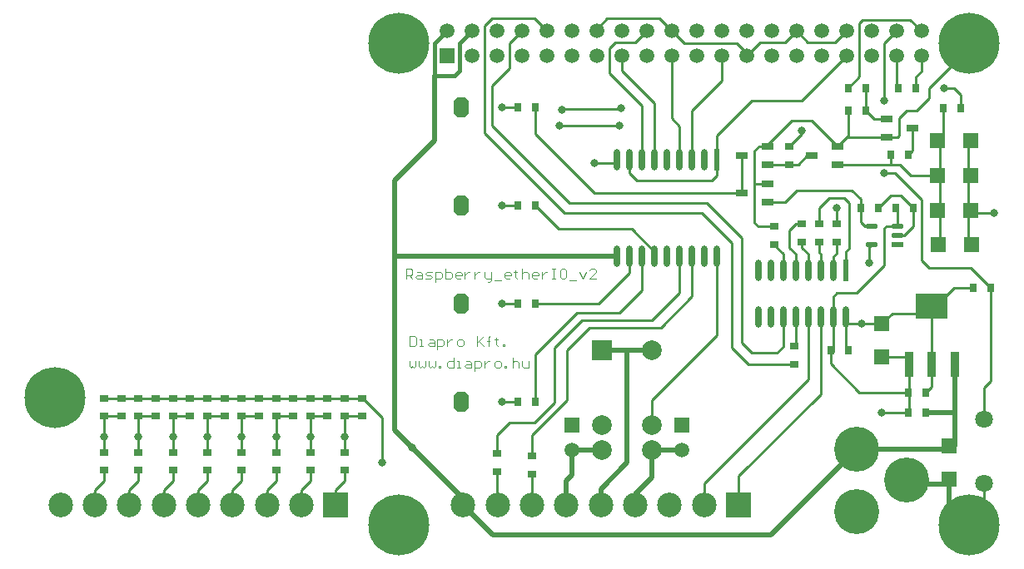
<source format=gtl>
%FSTAX24Y24*%
%MOIN*%
G70*
G01*
G75*
G04 Layer_Physical_Order=1*
G04 Layer_Color=255*
%ADD10R,0.0315X0.0374*%
%ADD11R,0.0374X0.0315*%
%ADD12R,0.0472X0.0256*%
G04:AMPARAMS|DCode=13|XSize=21.7mil|YSize=47.2mil|CornerRadius=0mil|HoleSize=0mil|Usage=FLASHONLY|Rotation=270.000|XOffset=0mil|YOffset=0mil|HoleType=Round|Shape=Octagon|*
%AMOCTAGOND13*
4,1,8,0.0236,0.0054,0.0236,-0.0054,0.0182,-0.0108,-0.0182,-0.0108,-0.0236,-0.0054,-0.0236,0.0054,-0.0182,0.0108,0.0182,0.0108,0.0236,0.0054,0.0*
%
%ADD13OCTAGOND13*%

%ADD14R,0.0472X0.0217*%
%ADD15O,0.0236X0.0866*%
%ADD16R,0.0236X0.0866*%
%ADD17R,0.0630X0.0630*%
%ADD18R,0.1299X0.1004*%
%ADD19R,0.0374X0.1004*%
%ADD20R,0.0630X0.0630*%
%ADD21C,0.0100*%
%ADD22C,0.0200*%
%ADD23C,0.0150*%
%ADD24C,0.0039*%
%ADD25R,0.0787X0.0787*%
%ADD26C,0.0787*%
%ADD27C,0.0591*%
%ADD28R,0.0591X0.0591*%
%ADD29C,0.0709*%
%ADD30R,0.0591X0.0591*%
%ADD31C,0.1800*%
%ADD32C,0.0984*%
%ADD33R,0.0984X0.0984*%
G04:AMPARAMS|DCode=34|XSize=78.7mil|YSize=60mil|CornerRadius=0mil|HoleSize=0mil|Usage=FLASHONLY|Rotation=270.000|XOffset=0mil|YOffset=0mil|HoleType=Round|Shape=Octagon|*
%AMOCTAGOND34*
4,1,8,-0.0150,-0.0394,0.0150,-0.0394,0.0300,-0.0244,0.0300,0.0244,0.0150,0.0394,-0.0150,0.0394,-0.0300,0.0244,-0.0300,-0.0244,-0.0150,-0.0394,0.0*
%
%ADD34OCTAGOND34*%

%ADD35C,0.2441*%
%ADD36C,0.0320*%
D10*
X094567Y085278D02*
D03*
X093858D02*
D03*
X098367Y084478D02*
D03*
X097658D02*
D03*
X094567Y084378D02*
D03*
X093858D02*
D03*
X096467Y080478D02*
D03*
X095758D02*
D03*
X095067D02*
D03*
X094358D02*
D03*
X099567Y077278D02*
D03*
X098858D02*
D03*
X096967Y072278D02*
D03*
X096258D02*
D03*
X080642Y08451D02*
D03*
X08135D02*
D03*
X096258Y073078D02*
D03*
X096967D02*
D03*
X080642Y080573D02*
D03*
X08135D02*
D03*
X080642Y076636D02*
D03*
X08135D02*
D03*
X080642Y072699D02*
D03*
X08135D02*
D03*
X093158Y074778D02*
D03*
X093867D02*
D03*
X095858Y085278D02*
D03*
X096567D02*
D03*
X096277Y08261D02*
D03*
X095568D02*
D03*
D11*
X092713Y079832D02*
D03*
Y079124D02*
D03*
X091513Y082932D02*
D03*
Y082224D02*
D03*
X090913Y079732D02*
D03*
Y079024D02*
D03*
X081213Y069824D02*
D03*
Y070532D02*
D03*
X079813Y069924D02*
D03*
Y070632D02*
D03*
X093413Y079832D02*
D03*
Y079124D02*
D03*
X073713Y072857D02*
D03*
Y072148D02*
D03*
X072335Y072857D02*
D03*
Y072148D02*
D03*
X070957Y072857D02*
D03*
Y072148D02*
D03*
X069579Y072857D02*
D03*
Y072148D02*
D03*
X068201Y072857D02*
D03*
Y072148D02*
D03*
X066823Y072857D02*
D03*
Y072148D02*
D03*
X065445Y072857D02*
D03*
Y072148D02*
D03*
X064067Y072857D02*
D03*
Y072148D02*
D03*
X092013Y079832D02*
D03*
Y079124D02*
D03*
X091713Y074224D02*
D03*
Y074932D02*
D03*
X073713Y070691D02*
D03*
Y069983D02*
D03*
X072335Y070691D02*
D03*
Y069983D02*
D03*
X070957Y070691D02*
D03*
Y069983D02*
D03*
X069579Y070691D02*
D03*
Y069983D02*
D03*
X068201Y070691D02*
D03*
Y069983D02*
D03*
X066823Y070691D02*
D03*
Y069983D02*
D03*
X065445Y070691D02*
D03*
Y069983D02*
D03*
X064067Y070691D02*
D03*
Y069983D02*
D03*
X074413Y072854D02*
D03*
Y072146D02*
D03*
X073013Y072854D02*
D03*
Y072146D02*
D03*
X071643Y072854D02*
D03*
Y072146D02*
D03*
X070263Y072854D02*
D03*
Y072146D02*
D03*
X068893Y072854D02*
D03*
Y072146D02*
D03*
X067513Y072854D02*
D03*
Y072146D02*
D03*
X066133Y072854D02*
D03*
Y072146D02*
D03*
X064753Y072854D02*
D03*
Y072146D02*
D03*
D12*
X090635Y082952D02*
D03*
Y082204D02*
D03*
X08959Y082578D02*
D03*
X09539Y083304D02*
D03*
Y084052D02*
D03*
X096435Y083678D02*
D03*
X093435Y082952D02*
D03*
Y082204D02*
D03*
X09239Y082578D02*
D03*
X090635Y081452D02*
D03*
Y080704D02*
D03*
X08959Y081078D02*
D03*
D13*
X095835Y079752D02*
D03*
Y079378D02*
D03*
X094801Y079752D02*
D03*
Y079004D02*
D03*
D14*
X095835Y079004D02*
D03*
D15*
X085113Y082423D02*
D03*
X088613Y078533D02*
D03*
X085113D02*
D03*
X085613D02*
D03*
X086113D02*
D03*
X086613D02*
D03*
X087113D02*
D03*
X087613D02*
D03*
X088113D02*
D03*
X085613Y082423D02*
D03*
X086113D02*
D03*
X086613D02*
D03*
X087113D02*
D03*
X087613D02*
D03*
X088113D02*
D03*
X084613D02*
D03*
Y078533D02*
D03*
X090257Y077996D02*
D03*
X093757Y076106D02*
D03*
X090257D02*
D03*
X090757D02*
D03*
X091257D02*
D03*
X091757D02*
D03*
X092257D02*
D03*
X092757D02*
D03*
X093257D02*
D03*
X090757Y077996D02*
D03*
X091257D02*
D03*
X091757D02*
D03*
X092257D02*
D03*
X092757D02*
D03*
X093257D02*
D03*
D16*
X088613Y082423D02*
D03*
X093757Y077996D02*
D03*
D17*
X097913Y070947D02*
D03*
Y069609D02*
D03*
X095213Y074509D02*
D03*
Y075847D02*
D03*
D18*
X097213Y076549D02*
D03*
D19*
X098118Y074207D02*
D03*
X097213D02*
D03*
X096307D02*
D03*
D20*
X098782Y080378D02*
D03*
X097443D02*
D03*
X098782Y081778D02*
D03*
X097443D02*
D03*
X098782Y083178D02*
D03*
X097443D02*
D03*
X098802Y07903D02*
D03*
X097463D02*
D03*
D21*
X064067Y072857D02*
X065445D01*
X066823D01*
X068201D01*
X069579D01*
X070957D01*
X072335D01*
X073713D01*
X073348Y068565D02*
Y069185D01*
X073516Y069353D01*
Y069353D01*
X073713Y06955D01*
Y069983D01*
X073713Y069983D02*
X073713Y069983D01*
X07197Y068565D02*
Y069185D01*
X072335Y06955D01*
Y069983D01*
X072335Y069983D02*
X072335Y069983D01*
X070593Y068565D02*
Y069185D01*
X070957Y06955D01*
Y069983D01*
X069215Y068565D02*
Y069185D01*
X069579Y06955D01*
Y069983D01*
X069579Y069983D02*
X069579Y069983D01*
X067837Y068565D02*
Y069185D01*
X068201Y06955D01*
Y069675D01*
X068201Y069675D02*
X068201Y069675D01*
X068201Y069675D02*
Y069983D01*
X066459Y068565D02*
Y069185D01*
X066823Y06955D01*
Y069983D01*
X066823Y069983D02*
X066823Y069983D01*
X065081Y068565D02*
Y069185D01*
X065445Y06955D01*
Y069983D01*
X064067D02*
X064067Y069983D01*
X063703Y068565D02*
Y069185D01*
X064067Y06955D01*
Y069983D01*
X070957Y071321D02*
Y072148D01*
Y070691D02*
Y071321D01*
X072335Y070691D02*
Y071321D01*
X073713D02*
Y072148D01*
Y070691D02*
Y071321D01*
X080012Y072699D02*
X080642D01*
X080012Y076636D02*
X080642D01*
X080012Y080573D02*
X080642D01*
X080012Y08451D02*
X080642D01*
X065445Y070691D02*
Y071321D01*
Y072148D01*
X064067Y070691D02*
Y071321D01*
Y072148D01*
X092257Y073623D02*
Y076106D01*
X088093Y069458D02*
X092257Y073623D01*
X088093Y068565D02*
Y069458D01*
X092757Y073023D02*
Y076106D01*
X08947Y068565D02*
Y069736D01*
X091757Y074932D02*
Y076106D01*
X091513Y079578D02*
X091767Y079832D01*
X092013D01*
X091257Y077996D02*
Y078633D01*
X090913Y078978D02*
X091257Y078633D01*
X090913Y078978D02*
Y079024D01*
X091513Y078878D02*
Y079578D01*
Y078878D02*
X091757Y078633D01*
Y077996D02*
Y078633D01*
X092257Y077996D02*
Y078633D01*
X092013Y078878D02*
X092257Y078633D01*
X092013Y078878D02*
Y079124D01*
X093413Y079832D02*
Y080478D01*
X093257Y077996D02*
Y078523D01*
X093413Y078678D01*
Y079124D01*
X088613Y082423D02*
Y083378D01*
X087613Y082423D02*
Y084378D01*
X088813Y085578D01*
Y086552D01*
X088795Y086569D02*
X088813Y086552D01*
X08947Y069736D02*
X092757Y073023D01*
X087613Y076932D02*
Y078533D01*
X087113Y077078D02*
Y078533D01*
X086113D02*
Y078727D01*
X08135Y072699D02*
Y074616D01*
X081213Y070532D02*
Y071378D01*
X086013Y071778D02*
Y072778D01*
X088613Y075378D01*
Y078533D01*
X085613Y082423D02*
Y083478D01*
X084313Y085878D02*
Y086878D01*
X084535Y0871D01*
X085326D01*
X085795Y087569D01*
X086113Y082423D02*
Y084678D01*
X097841Y070819D02*
X097913Y070747D01*
X098118Y070953D01*
X097213Y074207D02*
Y076549D01*
Y073324D02*
Y074207D01*
X096967Y073078D02*
X097213Y073324D01*
X096258Y072278D02*
X096307Y072327D01*
X096195Y069569D02*
X096356Y069409D01*
X099303Y068369D02*
Y069451D01*
X098713Y067778D02*
X099303Y068369D01*
X097913Y068578D02*
X098713Y067778D01*
X099567Y073532D02*
Y077278D01*
X099303Y073268D02*
X099567Y073532D01*
X099303Y07201D02*
Y073268D01*
X095313Y087087D02*
X095795Y087569D01*
X095313Y084778D02*
Y087087D01*
X095795Y085341D02*
Y086569D01*
Y085341D02*
X095858Y085278D01*
X096795Y085961D02*
Y086569D01*
X096567Y085732D02*
X096795Y085961D01*
X096567Y085278D02*
Y085732D01*
X09635Y088015D02*
X096795Y087569D01*
X094449Y088015D02*
X09635D01*
X094313Y087878D02*
X094449Y088015D01*
X094313Y085732D02*
Y087878D01*
X093858Y085278D02*
X094313Y085732D01*
X092757Y077996D02*
Y078633D01*
X092713Y078678D02*
X092757Y078633D01*
X092713Y078678D02*
Y079124D01*
X093757Y077996D02*
Y078723D01*
X093913Y078878D01*
Y080678D01*
X093713Y080878D02*
X093913Y080678D01*
X093113Y080878D02*
X093713D01*
X092713Y080478D02*
X093113Y080878D01*
X092713Y079832D02*
Y080478D01*
X094358D02*
Y080832D01*
X094013Y081178D02*
X094358Y080832D01*
X091813Y081178D02*
X094013D01*
X091339Y080704D02*
X091813Y081178D01*
X090635Y080704D02*
X091339D01*
X08959Y081078D02*
Y082578D01*
X083713Y081078D02*
X08959D01*
X08135Y08344D02*
X083713Y081078D01*
X08135Y08344D02*
Y08451D01*
X090113Y082778D02*
X090287Y082952D01*
X090635D01*
X090655Y082224D02*
X091513D01*
X090635Y082204D02*
X090655Y082224D01*
X090113Y079878D02*
X090258Y079732D01*
X090913D01*
X094567Y084378D02*
Y085278D01*
Y084378D02*
X094567Y084378D01*
X094893Y084052D01*
X09539D01*
X097658Y083294D02*
Y084478D01*
X097542Y083178D02*
X097658Y083294D01*
X098367Y084478D02*
Y085024D01*
X098113Y085278D02*
X098367Y085024D01*
X097713Y085278D02*
X098113D01*
X09539Y083304D02*
X095839D01*
X095913Y083378D01*
Y084078D01*
X097113Y085278D02*
X098713Y086878D01*
Y087069D01*
X098683Y080378D02*
Y081778D01*
Y083178D01*
X097542Y078978D02*
Y081778D01*
X094358Y079924D02*
Y080478D01*
X095835Y079378D02*
X096113D01*
X096467Y079732D01*
Y080478D01*
X095835Y079752D02*
Y080401D01*
X095758Y080478D02*
X095835Y080401D01*
X095213Y074509D02*
X096213D01*
X093158Y074778D02*
Y074824D01*
X093757Y074888D02*
Y076106D01*
Y074888D02*
X093867Y074778D01*
X097542Y081978D02*
Y083178D01*
X093787Y083304D02*
X09539D01*
X093435Y082952D02*
X093787Y083304D01*
X090635Y082952D02*
Y083D01*
X091513Y082932D02*
X092013Y083432D01*
Y083578D01*
X08135Y080573D02*
X082279Y079644D01*
X085195D01*
X086113Y078727D01*
X080313Y087087D02*
X080795Y087569D01*
X080313Y086078D02*
Y087087D01*
X079613Y083778D02*
Y085378D01*
X080313Y086078D01*
X084313Y085878D02*
X085613Y084578D01*
X085113Y081878D02*
Y082423D01*
Y081878D02*
X085413Y081578D01*
X088413D01*
X088613Y081778D01*
Y082423D01*
X082313Y083778D02*
X084713D01*
X078447Y068565D02*
Y068844D01*
X075713Y078478D02*
X075768Y078533D01*
X079813Y068578D02*
Y069924D01*
Y068578D02*
X079825Y068565D01*
X081213Y068575D02*
Y069824D01*
X081203Y068565D02*
X081213Y068575D01*
X075213Y070278D02*
Y072078D01*
X074434Y072857D02*
X075213Y072078D01*
X073713Y072857D02*
X074434D01*
X086287Y088078D02*
X086795Y087569D01*
X084213Y088078D02*
X086287D01*
X083795Y087661D02*
X084213Y088078D01*
X083795Y087569D02*
Y087661D01*
X086795Y087569D02*
X087287Y087078D01*
X089413D01*
X089795Y086695D01*
Y086569D02*
Y086695D01*
Y086569D02*
X09035Y087124D01*
X09135D02*
X091795Y087569D01*
X09035Y087124D02*
X09135D01*
X091795Y087569D02*
X092241Y087124D01*
X09335D02*
X093795Y087569D01*
X092241Y087124D02*
X09335D01*
X093858Y083375D02*
Y084378D01*
X093787Y083304D02*
X093858Y083375D01*
X095387Y079752D02*
X095835D01*
X095313Y079678D02*
X095387Y079752D01*
X093257Y076923D02*
X093413Y077078D01*
X093257Y076106D02*
Y076923D01*
X098683Y078978D02*
Y080378D01*
X095213Y072278D02*
X096258D01*
X085613Y083378D02*
Y084578D01*
X084795Y085995D02*
Y086569D01*
Y085995D02*
X086113Y084678D01*
X086795Y084078D02*
Y086569D01*
Y084078D02*
X087113Y083761D01*
Y082423D02*
Y083761D01*
X090635Y083D02*
X091613Y083978D01*
X092409D01*
X093435Y082952D01*
X088613Y083378D02*
X090013Y084778D01*
X092004D01*
X093795Y086569D01*
X097542Y083178D02*
Y083449D01*
X091513Y082224D02*
X091858D01*
X092213Y082578D01*
X09239D01*
X095313Y081878D02*
X095739D01*
X096813Y080804D01*
X090139Y081452D02*
X090635D01*
X094358Y079924D02*
X09453Y079752D01*
X094801D01*
X095967Y080978D02*
X096467Y080478D01*
X095067D02*
X095567Y080978D01*
X095967D01*
X098683Y080378D02*
X098783Y080278D01*
X099713D01*
X096813Y078378D02*
Y080804D01*
Y078378D02*
X097113Y078078D01*
X098767D01*
X099567Y077278D01*
X085613Y077178D02*
Y078533D01*
X086013Y075978D02*
X087113Y077078D01*
X086358Y075678D02*
X087613Y076932D01*
X082113Y074878D02*
X083213Y075978D01*
X086013D01*
X083513Y075678D02*
X086358D01*
X081213Y071378D02*
X082613Y072778D01*
Y074778D01*
X083513Y075678D01*
X082113Y072678D02*
Y074878D01*
X081313Y071878D02*
X082113Y072678D01*
X080313Y071878D02*
X081313D01*
X079813Y071378D02*
X080313Y071878D01*
X079813Y070632D02*
Y071378D01*
X08135Y076636D02*
X083871D01*
X085113Y077878D01*
Y078533D01*
X08135Y074616D02*
X083013Y076278D01*
X084713D01*
X085613Y077178D01*
X079613Y083778D02*
X082713Y080678D01*
X088013Y080278D02*
X089213Y079078D01*
X082713Y080678D02*
X088213D01*
X089613Y079278D01*
X079313Y083478D02*
X082513Y080278D01*
X088013D01*
X081287Y088078D02*
X081795Y087569D01*
X079313Y083478D02*
Y087778D01*
X079613Y088078D01*
X081287D01*
X084613Y082278D02*
Y082423D01*
X093757Y075847D02*
X095213D01*
X093158Y074232D02*
Y074778D01*
Y074232D02*
X094313Y073078D01*
X096258D01*
X097113Y084878D02*
Y085278D01*
X095913Y084078D02*
X096213Y084378D01*
X096613D01*
X097113Y084878D01*
X096926Y076263D02*
X097213Y076549D01*
X095628Y076263D02*
X096926D01*
X095213Y075847D02*
X095628Y076263D01*
X097213Y076549D02*
X097384D01*
X098113Y077278D01*
X098858D01*
X093413Y077078D02*
X094213D01*
X095313Y078178D01*
Y079678D01*
X089613Y075078D02*
Y079278D01*
X091257Y074923D02*
Y076106D01*
X089613Y075078D02*
X090013Y074678D01*
X091013D01*
X091257Y074923D01*
X089213Y074878D02*
Y079078D01*
Y074878D02*
X089867Y074224D01*
X091713D01*
X094713Y078278D02*
Y078916D01*
X094801Y079004D01*
X090113Y079878D02*
Y081478D01*
Y082778D01*
Y081478D02*
X090139Y081452D01*
X093158Y074824D02*
X093257Y074725D01*
Y076106D01*
X083713Y082278D02*
X084613D01*
X096307Y072327D02*
Y074207D01*
X064069Y072146D02*
X064753D01*
X064067Y072148D02*
X064069Y072146D01*
X065447D02*
X066133D01*
X065445Y072148D02*
X065447Y072146D01*
X066825D02*
X067513D01*
X066823Y071321D02*
Y072148D01*
X066825Y072146D01*
X068203D02*
X068893D01*
X068201Y072148D02*
X068203Y072146D01*
X069581D02*
X070263D01*
X069579Y071321D02*
Y072148D01*
X069581Y072146D01*
X070959D02*
X071643D01*
X070957Y072148D02*
X070959Y072146D01*
X072337D02*
X073013D01*
X072335Y071321D02*
Y072148D01*
X072337Y072146D01*
X073715D02*
X074413D01*
X073713Y072148D02*
X073715Y072146D01*
X066823Y070691D02*
Y071321D01*
X066823Y071321D01*
X069579Y070691D02*
Y071321D01*
X069579Y071321D01*
X068201Y071321D02*
X068201Y071321D01*
X068201Y070691D02*
Y071321D01*
X068201Y071321D02*
Y072148D01*
X084753Y08444D02*
X084783Y08447D01*
X082463Y08444D02*
X084753D01*
X082393Y08442D02*
Y08451D01*
X082463Y08444D01*
X096435Y082768D02*
Y083678D01*
X096277Y08261D02*
X096435Y082768D01*
X095568Y08222D02*
Y08261D01*
X093435Y082204D02*
X095553D01*
X095568Y08222D01*
X095553Y082204D02*
X095939D01*
X096365Y081778D01*
X097542D01*
D22*
X082581Y068565D02*
Y069546D01*
X082813Y069778D01*
Y070778D01*
X084013D01*
X086013D02*
X087213D01*
X083959Y068565D02*
Y069224D01*
X085013Y070278D01*
Y074778D01*
X084013D02*
X086013D01*
X094195Y070819D02*
X097841D01*
X096356Y069409D02*
X097913D01*
Y068578D02*
Y069409D01*
X075713Y081578D02*
X077313Y083178D01*
X078447Y068565D02*
X079634Y067378D01*
X090754D02*
X094195Y070819D01*
X075768Y078533D02*
X084613D01*
X075713Y071578D02*
Y078478D01*
Y081578D01*
X076413Y070878D02*
X078447Y068844D01*
X075713Y071578D02*
X076413Y070878D01*
X079634Y067378D02*
X090754D01*
X096967Y072278D02*
X098118D01*
Y070953D02*
Y072278D01*
Y074207D01*
X077313Y083178D02*
Y085778D01*
X085337Y068565D02*
Y069002D01*
X086013Y069678D01*
Y070778D01*
D23*
X077313Y087087D02*
X077795Y087569D01*
X078313Y087087D02*
X078795Y087569D01*
X078313Y085978D02*
Y087087D01*
X078113Y085778D02*
X078313Y085978D01*
X077313Y085778D02*
X078113D01*
X077313D02*
Y087087D01*
D24*
X076155Y077661D02*
Y078054D01*
X076352D01*
X076417Y077989D01*
Y077857D01*
X076352Y077792D01*
X076155D01*
X076286D02*
X076417Y077661D01*
X076614Y077923D02*
X076745D01*
X076811Y077857D01*
Y077661D01*
X076614D01*
X076548Y077726D01*
X076614Y077792D01*
X076811D01*
X076942Y077661D02*
X077139D01*
X077204Y077726D01*
X077139Y077792D01*
X077007D01*
X076942Y077857D01*
X077007Y077923D01*
X077204D01*
X077335Y077529D02*
Y077923D01*
X077532D01*
X077598Y077857D01*
Y077726D01*
X077532Y077661D01*
X077335D01*
X077729Y078054D02*
Y077661D01*
X077926D01*
X077991Y077726D01*
Y077792D01*
Y077857D01*
X077926Y077923D01*
X077729D01*
X078319Y077661D02*
X078188D01*
X078123Y077726D01*
Y077857D01*
X078188Y077923D01*
X078319D01*
X078385Y077857D01*
Y077792D01*
X078123D01*
X078516Y077923D02*
Y077661D01*
Y077792D01*
X078582Y077857D01*
X078647Y077923D01*
X078713D01*
X07891D02*
Y077661D01*
Y077792D01*
X078975Y077857D01*
X079041Y077923D01*
X079107D01*
X079303D02*
Y077726D01*
X079369Y077661D01*
X079566D01*
Y077595D01*
X0795Y077529D01*
X079435D01*
X079566Y077661D02*
Y077923D01*
X079697Y077595D02*
X079959D01*
X080287Y077661D02*
X080156D01*
X08009Y077726D01*
Y077857D01*
X080156Y077923D01*
X080287D01*
X080353Y077857D01*
Y077792D01*
X08009D01*
X08055Y077989D02*
Y077923D01*
X080484D01*
X080615D01*
X08055D01*
Y077726D01*
X080615Y077661D01*
X080812Y078054D02*
Y077661D01*
Y077857D01*
X080878Y077923D01*
X081009D01*
X081074Y077857D01*
Y077661D01*
X081402D02*
X081271D01*
X081206Y077726D01*
Y077857D01*
X081271Y077923D01*
X081402D01*
X081468Y077857D01*
Y077792D01*
X081206D01*
X081599Y077923D02*
Y077661D01*
Y077792D01*
X081665Y077857D01*
X08173Y077923D01*
X081796D01*
X081993Y078054D02*
X082124D01*
X082058D01*
Y077661D01*
X081993D01*
X082124D01*
X082517Y078054D02*
X082386D01*
X082321Y077989D01*
Y077726D01*
X082386Y077661D01*
X082517D01*
X082583Y077726D01*
Y077989D01*
X082517Y078054D01*
X082714Y077595D02*
X082977D01*
X083108Y077923D02*
X083239Y077661D01*
X08337Y077923D01*
X083764Y077661D02*
X083501D01*
X083764Y077923D01*
Y077989D01*
X083698Y078054D01*
X083567D01*
X083501Y077989D01*
X076302Y075344D02*
Y07495D01*
X076499D01*
X076564Y075016D01*
Y075278D01*
X076499Y075344D01*
X076302D01*
X076696Y07495D02*
X076827D01*
X076761D01*
Y075213D01*
X076696D01*
X077089D02*
X07722D01*
X077286Y075147D01*
Y07495D01*
X077089D01*
X077024Y075016D01*
X077089Y075082D01*
X077286D01*
X077417Y074819D02*
Y075213D01*
X077614D01*
X077679Y075147D01*
Y075016D01*
X077614Y07495D01*
X077417D01*
X077811Y075213D02*
Y07495D01*
Y075082D01*
X077876Y075147D01*
X077942Y075213D01*
X078007D01*
X07827Y07495D02*
X078401D01*
X078467Y075016D01*
Y075147D01*
X078401Y075213D01*
X07827D01*
X078204Y075147D01*
Y075016D01*
X07827Y07495D01*
X078991Y075344D02*
Y07495D01*
Y075082D01*
X079254Y075344D01*
X079057Y075147D01*
X079254Y07495D01*
X079451D02*
Y075278D01*
Y075147D01*
X079385D01*
X079516D01*
X079451D01*
Y075278D01*
X079516Y075344D01*
X079779Y075278D02*
Y075213D01*
X079713D01*
X079844D01*
X079779D01*
Y075016D01*
X079844Y07495D01*
X080041D02*
Y075016D01*
X080107D01*
Y07495D01*
X080041D01*
X076285Y074354D02*
Y074157D01*
X076351Y074091D01*
X076417Y074157D01*
X076482Y074091D01*
X076548Y074157D01*
Y074354D01*
X076679D02*
Y074157D01*
X076745Y074091D01*
X07681Y074157D01*
X076876Y074091D01*
X076941Y074157D01*
Y074354D01*
X077073D02*
Y074157D01*
X077138Y074091D01*
X077204Y074157D01*
X077269Y074091D01*
X077335Y074157D01*
Y074354D01*
X077466Y074091D02*
Y074157D01*
X077532D01*
Y074091D01*
X077466D01*
X078057Y074485D02*
Y074091D01*
X07786D01*
X077794Y074157D01*
Y074288D01*
X07786Y074354D01*
X078057D01*
X078188Y074091D02*
X078319D01*
X078253D01*
Y074354D01*
X078188D01*
X078581D02*
X078712D01*
X078778Y074288D01*
Y074091D01*
X078581D01*
X078516Y074157D01*
X078581Y074223D01*
X078778D01*
X078909Y07396D02*
Y074354D01*
X079106D01*
X079172Y074288D01*
Y074157D01*
X079106Y074091D01*
X078909D01*
X079303Y074354D02*
Y074091D01*
Y074223D01*
X079368Y074288D01*
X079434Y074354D01*
X0795D01*
X079762Y074091D02*
X079893D01*
X079959Y074157D01*
Y074288D01*
X079893Y074354D01*
X079762D01*
X079696Y074288D01*
Y074157D01*
X079762Y074091D01*
X08009D02*
Y074157D01*
X080156D01*
Y074091D01*
X08009D01*
X080418Y074485D02*
Y074091D01*
Y074288D01*
X080484Y074354D01*
X080615D01*
X08068Y074288D01*
Y074091D01*
X080812Y074354D02*
Y074157D01*
X080877Y074091D01*
X081074D01*
Y074354D01*
D25*
X084013Y074778D02*
D03*
D26*
Y071778D02*
D03*
Y070778D02*
D03*
X086013Y074778D02*
D03*
Y071778D02*
D03*
Y070778D02*
D03*
D27*
X082813D02*
D03*
X087213D02*
D03*
X077795Y087569D02*
D03*
X078795Y086569D02*
D03*
Y087569D02*
D03*
X079795Y086569D02*
D03*
Y087569D02*
D03*
X080795Y086569D02*
D03*
Y087569D02*
D03*
X081795Y086569D02*
D03*
Y087569D02*
D03*
X082795Y086569D02*
D03*
Y087569D02*
D03*
X083795Y086569D02*
D03*
Y087569D02*
D03*
X084795Y086569D02*
D03*
Y087569D02*
D03*
X085795Y086569D02*
D03*
Y087569D02*
D03*
X086795Y086569D02*
D03*
Y087569D02*
D03*
X087795Y086569D02*
D03*
Y087569D02*
D03*
X088795Y086569D02*
D03*
Y087569D02*
D03*
X089795Y086569D02*
D03*
Y087569D02*
D03*
X090795Y086569D02*
D03*
Y087569D02*
D03*
X091795Y086569D02*
D03*
Y087569D02*
D03*
X092795Y086569D02*
D03*
Y087569D02*
D03*
X093795Y086569D02*
D03*
Y087569D02*
D03*
X094795Y086569D02*
D03*
Y087569D02*
D03*
X095795Y086569D02*
D03*
Y087569D02*
D03*
X096795Y086569D02*
D03*
Y087569D02*
D03*
D28*
X082813Y071778D02*
D03*
X087213D02*
D03*
D29*
X099303Y069451D02*
D03*
Y07201D02*
D03*
D30*
X077795Y086569D02*
D03*
D31*
X096195Y069569D02*
D03*
X094195Y068319D02*
D03*
Y070819D02*
D03*
D32*
X078447Y068565D02*
D03*
X083959D02*
D03*
X079825D02*
D03*
X086715D02*
D03*
X081203D02*
D03*
X082581D02*
D03*
X085337D02*
D03*
X088093D02*
D03*
X062325Y068565D02*
D03*
X067837D02*
D03*
X063703D02*
D03*
X070593D02*
D03*
X065081D02*
D03*
X066459D02*
D03*
X069215D02*
D03*
X07197D02*
D03*
D33*
X08947Y068565D02*
D03*
X073348Y068565D02*
D03*
D34*
X078378Y08451D02*
D03*
Y080573D02*
D03*
X078378Y076636D02*
D03*
X078378Y072699D02*
D03*
D35*
X098713Y087069D02*
D03*
X075878Y067778D02*
D03*
X098713D02*
D03*
X075878Y087069D02*
D03*
X062098Y072896D02*
D03*
D36*
X069579Y071321D02*
D03*
X070957D02*
D03*
X072335D02*
D03*
X073713D02*
D03*
X080012Y072699D02*
D03*
Y076636D02*
D03*
Y080573D02*
D03*
Y08451D02*
D03*
X066823Y071321D02*
D03*
X065445D02*
D03*
X064067D02*
D03*
X093413Y080478D02*
D03*
X097713Y085278D02*
D03*
X092013Y083578D02*
D03*
X082313Y083778D02*
D03*
X076413Y070878D02*
D03*
X094413Y075847D02*
D03*
X075213Y070278D02*
D03*
X084713Y083778D02*
D03*
X095313Y081878D02*
D03*
Y084778D02*
D03*
X094713Y078278D02*
D03*
X099713Y080278D02*
D03*
X083713Y082278D02*
D03*
X095213Y072278D02*
D03*
X068201Y071321D02*
D03*
X084783Y08447D02*
D03*
X082393Y08442D02*
D03*
M02*

</source>
